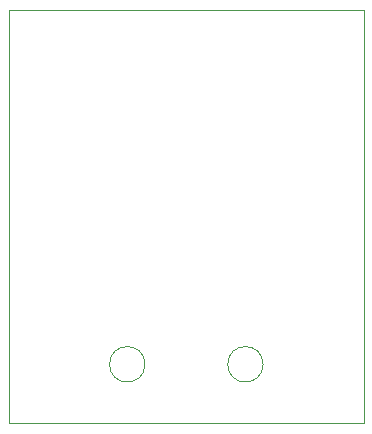
<source format=gbr>
G04 #@! TF.GenerationSoftware,KiCad,Pcbnew,(5.1.2)-1*
G04 #@! TF.CreationDate,2020-11-28T18:44:11+01:00*
G04 #@! TF.ProjectId,Kicad_Tweezers,4b696361-645f-4547-9765-657a6572732e,rev?*
G04 #@! TF.SameCoordinates,Original*
G04 #@! TF.FileFunction,Profile,NP*
%FSLAX46Y46*%
G04 Gerber Fmt 4.6, Leading zero omitted, Abs format (unit mm)*
G04 Created by KiCad (PCBNEW (5.1.2)-1) date 2020-11-28 18:44:11*
%MOMM*%
%LPD*%
G04 APERTURE LIST*
%ADD10C,0.050000*%
G04 APERTURE END LIST*
D10*
X118000000Y-122500000D02*
X148000000Y-122500000D01*
X118000000Y-87500000D02*
X118000000Y-122500000D01*
X133000000Y-87500000D02*
X118000000Y-87500000D01*
X148000000Y-87500000D02*
X148000000Y-122500000D01*
X133000000Y-87500000D02*
X148000000Y-87500000D01*
X129500000Y-117500000D02*
G75*
G03X129500000Y-117500000I-1500000J0D01*
G01*
X139500000Y-117500000D02*
G75*
G03X139500000Y-117500000I-1500000J0D01*
G01*
M02*

</source>
